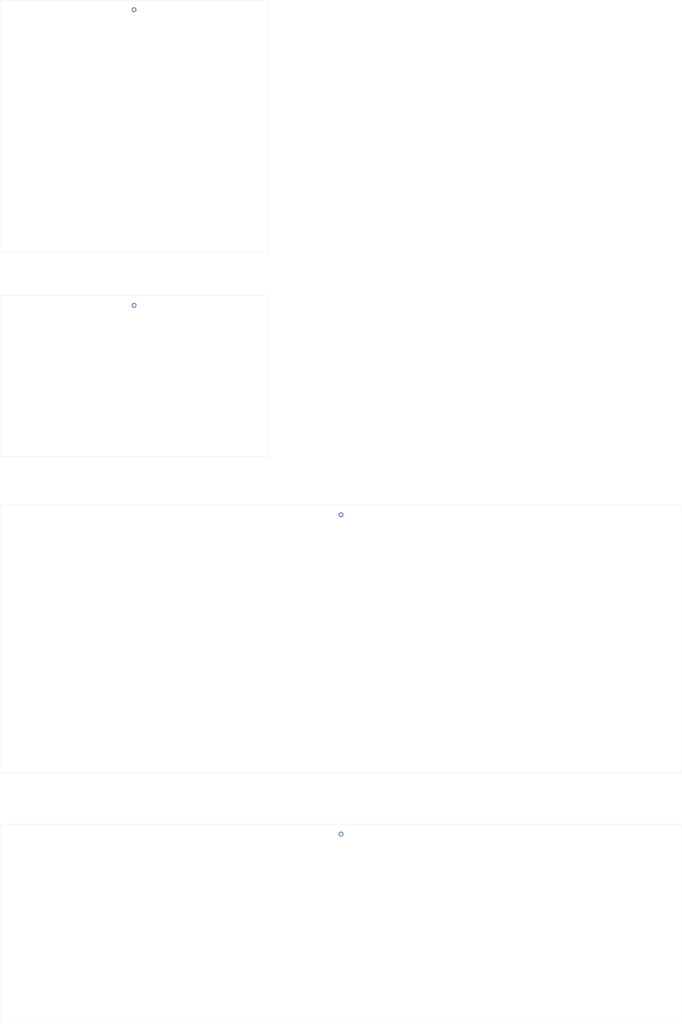
<source format=kicad_pcb>

(kicad_pcb 
  (version 4) 
  (host antennas.py "2017-01-27T00:59:47.705317") 
  (page A0) 
  (layers 
    (0 F.Cu signal) 
    (31 B.Cu signal hide) 
    (40 Dwgs.User user) 
    (44 Edge.Cuts user)) 
  (net 0 "") 
  (net 1 Antennas) 
  (net_class Default "" 
    (clearance 0.2000) 
    (trace_width 0.2000) 
    (via_dia 0.8000) 
    (via_drill 0.4000)) 
  (module X0 
    (layer F.Cu) 
    (tedit 0) 
    (tstamp 0) 
    (at 89.1150 25.0000) 
    (pad 1 thru_hole circle 
      (at 0 0) 
      (size 2.5000 2.5000) 
      (drill 1.5000) 
      (layers F.Cu) 
      (zone_connect 2) 
      (net 1 Antennas))) 
  (module X1 
    (layer F.Cu) 
    (tedit 0) 
    (tstamp 0) 
    (at 89.1150 177.5000) 
    (pad 1 thru_hole circle 
      (at 0 0) 
      (size 2.5000 2.5000) 
      (drill 1.5000) 
      (layers F.Cu) 
      (zone_connect 2) 
      (net 1 Antennas))) 
  (module X2 
    (layer F.Cu) 
    (tedit 0) 
    (tstamp 0) 
    (at 195.9292 285.5000) 
    (pad 1 thru_hole circle 
      (at 0 0) 
      (size 2.5000 2.5000) 
      (drill 1.5000) 
      (layers F.Cu) 
      (zone_connect 2) 
      (net 1 Antennas))) 
  (module X3 
    (layer F.Cu) 
    (tedit 0) 
    (tstamp 0) 
    (at 195.9292 450.2127) 
    (pad 1 thru_hole circle 
      (at 0 0) 
      (size 2.5000 2.5000) 
      (drill 1.5000) 
      (layers F.Cu) 
      (zone_connect 2) 
      (net 1 Antennas))) 
  (gr_line 
    (start 20.0000 150.0000) 
    (end 20.0000 20.0000) 
    (layer Edge.Cuts) 
    (width 0.1000)) 
  (gr_line 
    (start 20.0000 20.0000) 
    (end 158.2301 20.0000) 
    (layer Edge.Cuts) 
    (width 0.1000)) 
  (gr_line 
    (start 158.2301 20.0000) 
    (end 158.2301 150.0000) 
    (layer Edge.Cuts) 
    (width 0.1000)) 
  (gr_line 
    (start 158.2301 150.0000) 
    (end 20.0000 150.0000) 
    (layer Edge.Cuts) 
    (width 0.1000)) 
  (gr_line 
    (start 20.0000 255.5000) 
    (end 20.0000 172.5000) 
    (layer Edge.Cuts) 
    (width 0.1000)) 
  (gr_line 
    (start 20.0000 172.5000) 
    (end 158.2301 172.5000) 
    (layer Edge.Cuts) 
    (width 0.1000)) 
  (gr_line 
    (start 158.2301 172.5000) 
    (end 158.2301 255.5000) 
    (layer Edge.Cuts) 
    (width 0.1000)) 
  (gr_line 
    (start 158.2301 255.5000) 
    (end 20.0000 255.5000) 
    (layer Edge.Cuts) 
    (width 0.1000)) 
  (gr_line 
    (start 20.0000 418.6418) 
    (end 20.0000 280.5000) 
    (layer Edge.Cuts) 
    (width 0.1000)) 
  (gr_line 
    (start 20.0000 280.5000) 
    (end 371.8584 280.5000) 
    (layer Edge.Cuts) 
    (width 0.1000)) 
  (gr_line 
    (start 371.8584 280.5000) 
    (end 371.8584 418.6418) 
    (layer Edge.Cuts) 
    (width 0.1000)) 
  (gr_line 
    (start 371.8584 418.6418) 
    (end 20.0000 418.6418) 
    (layer Edge.Cuts) 
    (width 0.1000)) 
  (gr_line 
    (start 20.0000 548.2127) 
    (end 20.0000 445.2127) 
    (layer Edge.Cuts) 
    (width 0.1000)) 
  (gr_line 
    (start 20.0000 445.2127) 
    (end 371.8584 445.2127) 
    (layer Edge.Cuts) 
    (width 0.1000)) 
  (gr_line 
    (start 371.8584 445.2127) 
    (end 371.8584 548.2127) 
    (layer Edge.Cuts) 
    (width 0.1000)) 
  (gr_line 
    (start 371.8584 548.2127) 
    (end 20.0000 548.2127) 
    (layer Edge.Cuts) 
    (width 0.1000)) 
  (zone 
    (net 1) 
    (net_name Antennas) 
    (layer F.Cu) 
    (tstamp 0) 
    (hatch edge 0.5000) 
    (connect_pads 
      (clearance 0.3000)) 
    (min_thickness 0.0500) 
    (fill yes 
      (arc_segments 32) 
      (thermal_gap 0.3000) 
      (thermal_bridge_width 0.2500)) 
    (polygon 
      (pts 
        (xy 20.9650 30.0000) 
        (xy 20.9650 145.0000) 
        (xy 157.2650 145.0000) 
        (xy 157.2650 30.0000) 
        (xy 91.6150 30.0000) 
        (xy 91.6150 60.0000) 
        (xy 86.6150 60.0000) 
        (xy 86.6150 30.0000) 
        (xy 20.9650 30.0000)))) 
  (zone 
    (net 1) 
    (net_name Antennas) 
    (layer F.Cu) 
    (tstamp 0) 
    (hatch edge 0.5000) 
    (connect_pads 
      (clearance 0.3000)) 
    (min_thickness 0.0500) 
    (fill yes 
      (arc_segments 32) 
      (thermal_gap 0.3000) 
      (thermal_bridge_width 0.2500)) 
    (polygon 
      (pts 
        (xy 88.3450 60.0000) 
        (xy 88.3450 25.0000) 
        (xy 89.8850 25.0000) 
        (xy 89.8850 60.0000) 
        (xy 88.3450 60.0000)))) 
  (zone 
    (net 1) 
    (net_name Antennas) 
    (layer F.Cu) 
    (tstamp 0) 
    (hatch edge 0.5000) 
    (connect_pads 
      (clearance 0.3000)) 
    (min_thickness 0.0500) 
    (fill yes 
      (arc_segments 32) 
      (thermal_gap 0.3000) 
      (thermal_bridge_width 0.2500)) 
    (polygon 
      (pts 
        (xy 88.6150 24.5000) 
        (xy 88.6150 25.5000) 
        (xy 89.6150 25.5000) 
        (xy 89.6150 24.5000)))) 
  (zone 
    (net 1) 
    (net_name Antennas) 
    (layer F.Cu) 
    (tstamp 0) 
    (hatch edge 0.5000) 
    (connect_pads 
      (clearance 0.3000)) 
    (min_thickness 0.0500) 
    (fill yes 
      (arc_segments 32) 
      (thermal_gap 0.3000) 
      (thermal_bridge_width 0.2500)) 
    (polygon 
      (pts 
        (xy 23.0575 187.5000) 
        (xy 23.0575 248.0000) 
        (xy 25.5575 250.5000) 
        (xy 86.0575 250.5000) 
        (xy 86.0575 190.0000) 
        (xy 83.5575 187.5000) 
        (xy 23.0575 187.5000)))) 
  (zone 
    (net 1) 
    (net_name Antennas) 
    (layer F.Cu) 
    (tstamp 0) 
    (hatch edge 0.5000) 
    (connect_pads 
      (clearance 0.3000)) 
    (min_thickness 0.0500) 
    (fill yes 
      (arc_segments 32) 
      (thermal_gap 0.3000) 
      (thermal_bridge_width 0.2500)) 
    (polygon 
      (pts 
        (xy 92.1726 187.5000) 
        (xy 92.1726 248.0000) 
        (xy 94.6726 250.5000) 
        (xy 155.1726 250.5000) 
        (xy 155.1726 190.0000) 
        (xy 152.6726 187.5000) 
        (xy 92.1726 187.5000)))) 
  (zone 
    (net 1) 
    (net_name Antennas) 
    (layer F.Cu) 
    (tstamp 0) 
    (hatch edge 0.5000) 
    (connect_pads 
      (clearance 0.3000)) 
    (min_thickness 0.0500) 
    (fill yes 
      (arc_segments 32) 
      (thermal_gap 0.3000) 
      (thermal_bridge_width 0.2500)) 
    (polygon 
      (pts 
        (xy 54.6950 187.5000) 
        (xy 54.6950 177.6375) 
        (xy 80.7975 177.6375) 
        (xy 80.7975 177.3625) 
        (xy 54.7849 177.3625) 
        (xy 54.4200 177.7274) 
        (xy 54.4200 187.5000) 
        (xy 54.6950 187.5000)))) 
  (zone 
    (net 1) 
    (net_name Antennas) 
    (layer F.Cu) 
    (tstamp 0) 
    (hatch edge 0.5000) 
    (connect_pads 
      (clearance 0.3000)) 
    (min_thickness 0.0500) 
    (fill yes 
      (arc_segments 32) 
      (thermal_gap 0.3000) 
      (thermal_bridge_width 0.2500)) 
    (polygon 
      (pts 
        (xy 80.7975 177.7240) 
        (xy 88.8273 177.7240) 
        (xy 89.3390 177.2123) 
        (xy 89.3390 177.2760) 
        (xy 88.8910 177.2760) 
        (xy 88.8910 177.2760) 
        (xy 80.7975 177.2760) 
        (xy 80.7975 177.7240)))) 
  (zone 
    (net 1) 
    (net_name Antennas) 
    (layer F.Cu) 
    (tstamp 0) 
    (hatch edge 0.5000) 
    (connect_pads 
      (clearance 0.3000)) 
    (min_thickness 0.0500) 
    (fill yes 
      (arc_segments 32) 
      (thermal_gap 0.3000) 
      (thermal_bridge_width 0.2500)) 
    (polygon 
      (pts 
        (xy 123.8101 187.5000) 
        (xy 123.8101 177.7274) 
        (xy 123.4451 177.3625) 
        (xy 97.4326 177.3625) 
        (xy 97.4326 177.6375) 
        (xy 123.5351 177.6375) 
        (xy 123.5351 187.5000) 
        (xy 123.8101 187.5000)))) 
  (zone 
    (net 1) 
    (net_name Antennas) 
    (layer F.Cu) 
    (tstamp 0) 
    (hatch edge 0.5000) 
    (connect_pads 
      (clearance 0.3000)) 
    (min_thickness 0.0500) 
    (fill yes 
      (arc_segments 32) 
      (thermal_gap 0.3000) 
      (thermal_bridge_width 0.2500)) 
    (polygon 
      (pts 
        (xy 97.4326 177.2760) 
        (xy 89.3390 177.2760) 
        (xy 89.3390 177.2760) 
        (xy 88.8910 177.2760) 
        (xy 88.8910 177.2123) 
        (xy 89.4028 177.7240) 
        (xy 97.4326 177.7240) 
        (xy 97.4326 177.2760)))) 
  (zone 
    (net 1) 
    (net_name Antennas) 
    (layer F.Cu) 
    (tstamp 0) 
    (hatch edge 0.5000) 
    (connect_pads 
      (clearance 0.3000)) 
    (min_thickness 0.0500) 
    (fill yes 
      (arc_segments 32) 
      (thermal_gap 0.3000) 
      (thermal_bridge_width 0.2500)) 
    (polygon 
      (pts 
        (xy 88.6150 177.0000) 
        (xy 88.6150 178.0000) 
        (xy 89.6150 178.0000) 
        (xy 89.6150 177.0000)))) 
  (zone 
    (net 1) 
    (net_name Antennas) 
    (layer F.Cu) 
    (tstamp 0) 
    (hatch edge 0.5000) 
    (connect_pads 
      (clearance 0.3000)) 
    (min_thickness 0.0500) 
    (fill yes 
      (arc_segments 32) 
      (thermal_gap 0.3000) 
      (thermal_bridge_width 0.2500)) 
    (polygon 
      (pts 
        (xy 52.9646 298.6418) 
        (xy 52.9646 413.6418) 
        (xy 162.9646 413.6418) 
        (xy 162.9646 298.6418) 
        (xy 110.4646 298.6418) 
        (xy 110.4646 325.5000) 
        (xy 105.4646 325.5000) 
        (xy 105.4646 298.6418) 
        (xy 52.9646 298.6418)))) 
  (zone 
    (net 1) 
    (net_name Antennas) 
    (layer F.Cu) 
    (tstamp 0) 
    (hatch edge 0.5000) 
    (connect_pads 
      (clearance 0.3000)) 
    (min_thickness 0.0500) 
    (fill yes 
      (arc_segments 32) 
      (thermal_gap 0.3000) 
      (thermal_bridge_width 0.2500)) 
    (polygon 
      (pts 
        (xy 228.8938 298.6418) 
        (xy 228.8938 413.6418) 
        (xy 338.8938 413.6418) 
        (xy 338.8938 298.6418) 
        (xy 286.3938 298.6418) 
        (xy 286.3938 325.5000) 
        (xy 281.3938 325.5000) 
        (xy 281.3938 298.6418) 
        (xy 228.8938 298.6418)))) 
  (zone 
    (net 1) 
    (net_name Antennas) 
    (layer F.Cu) 
    (tstamp 0) 
    (hatch edge 0.5000) 
    (connect_pads 
      (clearance 0.3000)) 
    (min_thickness 0.0500) 
    (fill yes 
      (arc_segments 32) 
      (thermal_gap 0.3000) 
      (thermal_bridge_width 0.2500)) 
    (polygon 
      (pts 
        (xy 108.1886 325.5000) 
        (xy 108.1886 285.7240) 
        (xy 195.6415 285.7240) 
        (xy 196.1532 285.2123) 
        (xy 196.1532 285.2760) 
        (xy 195.7052 285.2760) 
        (xy 195.7052 285.2760) 
        (xy 108.2523 285.2760) 
        (xy 107.7406 285.7877) 
        (xy 107.7406 325.5000) 
        (xy 108.1886 325.5000)))) 
  (zone 
    (net 1) 
    (net_name Antennas) 
    (layer F.Cu) 
    (tstamp 0) 
    (hatch edge 0.5000) 
    (connect_pads 
      (clearance 0.3000)) 
    (min_thickness 0.0500) 
    (fill yes 
      (arc_segments 32) 
      (thermal_gap 0.3000) 
      (thermal_bridge_width 0.2500)) 
    (polygon 
      (pts 
        (xy 284.1178 325.5000) 
        (xy 284.1178 285.7877) 
        (xy 283.6061 285.2760) 
        (xy 196.1532 285.2760) 
        (xy 196.1532 285.2760) 
        (xy 195.7052 285.2760) 
        (xy 195.7052 285.2123) 
        (xy 196.2169 285.7240) 
        (xy 283.6698 285.7240) 
        (xy 283.6698 325.5000) 
        (xy 284.1178 325.5000)))) 
  (zone 
    (net 1) 
    (net_name Antennas) 
    (layer F.Cu) 
    (tstamp 0) 
    (hatch edge 0.5000) 
    (connect_pads 
      (clearance 0.3000)) 
    (min_thickness 0.0500) 
    (fill yes 
      (arc_segments 32) 
      (thermal_gap 0.3000) 
      (thermal_bridge_width 0.2500)) 
    (polygon 
      (pts 
        (xy 195.4292 285.0000) 
        (xy 195.4292 286.0000) 
        (xy 196.4292 286.0000) 
        (xy 196.4292 285.0000)))) 
  (zone 
    (net 1) 
    (net_name Antennas) 
    (layer F.Cu) 
    (tstamp 0) 
    (hatch edge 0.5000) 
    (connect_pads 
      (clearance 0.3000)) 
    (min_thickness 0.0500) 
    (fill yes 
      (arc_segments 32) 
      (thermal_gap 0.3000) 
      (thermal_bridge_width 0.2500)) 
    (polygon 
      (pts 
        (xy 32.4823 480.2127) 
        (xy 32.4823 540.7127) 
        (xy 34.9823 543.2127) 
        (xy 95.4823 543.2127) 
        (xy 95.4823 482.7127) 
        (xy 92.9823 480.2127) 
        (xy 32.4823 480.2127)))) 
  (zone 
    (net 1) 
    (net_name Antennas) 
    (layer F.Cu) 
    (tstamp 0) 
    (hatch edge 0.5000) 
    (connect_pads 
      (clearance 0.3000)) 
    (min_thickness 0.0500) 
    (fill yes 
      (arc_segments 32) 
      (thermal_gap 0.3000) 
      (thermal_bridge_width 0.2500)) 
    (polygon 
      (pts 
        (xy 120.4469 480.2127) 
        (xy 120.4469 540.7127) 
        (xy 122.9469 543.2127) 
        (xy 183.4469 543.2127) 
        (xy 183.4469 482.7127) 
        (xy 180.9469 480.2127) 
        (xy 120.4469 480.2127)))) 
  (zone 
    (net 1) 
    (net_name Antennas) 
    (layer F.Cu) 
    (tstamp 0) 
    (hatch edge 0.5000) 
    (connect_pads 
      (clearance 0.3000)) 
    (min_thickness 0.0500) 
    (fill yes 
      (arc_segments 32) 
      (thermal_gap 0.3000) 
      (thermal_bridge_width 0.2500)) 
    (polygon 
      (pts 
        (xy 208.4115 480.2127) 
        (xy 208.4115 540.7127) 
        (xy 210.9115 543.2127) 
        (xy 271.4115 543.2127) 
        (xy 271.4115 482.7127) 
        (xy 268.9115 480.2127) 
        (xy 208.4115 480.2127)))) 
  (zone 
    (net 1) 
    (net_name Antennas) 
    (layer F.Cu) 
    (tstamp 0) 
    (hatch edge 0.5000) 
    (connect_pads 
      (clearance 0.3000)) 
    (min_thickness 0.0500) 
    (fill yes 
      (arc_segments 32) 
      (thermal_gap 0.3000) 
      (thermal_bridge_width 0.2500)) 
    (polygon 
      (pts 
        (xy 296.3761 480.2127) 
        (xy 296.3761 540.7127) 
        (xy 298.8761 543.2127) 
        (xy 359.3761 543.2127) 
        (xy 359.3761 482.7127) 
        (xy 356.8761 480.2127) 
        (xy 296.3761 480.2127)))) 
  (zone 
    (net 1) 
    (net_name Antennas) 
    (layer F.Cu) 
    (tstamp 0) 
    (hatch edge 0.5000) 
    (connect_pads 
      (clearance 0.3000)) 
    (min_thickness 0.0500) 
    (fill yes 
      (arc_segments 32) 
      (thermal_gap 0.3000) 
      (thermal_bridge_width 0.2500)) 
    (polygon 
      (pts 
        (xy 64.1198 480.2127) 
        (xy 64.1198 470.3502) 
        (xy 90.2223 470.3502) 
        (xy 90.2223 470.0752) 
        (xy 64.2097 470.0752) 
        (xy 63.8448 470.4401) 
        (xy 63.8448 480.2127) 
        (xy 64.1198 480.2127)))) 
  (zone 
    (net 1) 
    (net_name Antennas) 
    (layer F.Cu) 
    (tstamp 0) 
    (hatch edge 0.5000) 
    (connect_pads 
      (clearance 0.3000)) 
    (min_thickness 0.0500) 
    (fill yes 
      (arc_segments 32) 
      (thermal_gap 0.3000) 
      (thermal_bridge_width 0.2500)) 
    (polygon 
      (pts 
        (xy 90.2223 470.4367) 
        (xy 107.6769 470.4367) 
        (xy 108.1886 469.9250) 
        (xy 108.1886 469.9887) 
        (xy 107.7406 469.9887) 
        (xy 107.7406 469.9887) 
        (xy 90.2223 469.9887) 
        (xy 90.2223 470.4367)))) 
  (zone 
    (net 1) 
    (net_name Antennas) 
    (layer F.Cu) 
    (tstamp 0) 
    (hatch edge 0.5000) 
    (connect_pads 
      (clearance 0.3000)) 
    (min_thickness 0.0500) 
    (fill yes 
      (arc_segments 32) 
      (thermal_gap 0.3000) 
      (thermal_bridge_width 0.2500)) 
    (polygon 
      (pts 
        (xy 152.0844 480.2127) 
        (xy 152.0844 470.4401) 
        (xy 151.7195 470.0752) 
        (xy 125.7069 470.0752) 
        (xy 125.7069 470.3502) 
        (xy 151.8094 470.3502) 
        (xy 151.8094 480.2127) 
        (xy 152.0844 480.2127)))) 
  (zone 
    (net 1) 
    (net_name Antennas) 
    (layer F.Cu) 
    (tstamp 0) 
    (hatch edge 0.5000) 
    (connect_pads 
      (clearance 0.3000)) 
    (min_thickness 0.0500) 
    (fill yes 
      (arc_segments 32) 
      (thermal_gap 0.3000) 
      (thermal_bridge_width 0.2500)) 
    (polygon 
      (pts 
        (xy 125.7069 469.9887) 
        (xy 108.1886 469.9887) 
        (xy 108.1886 469.9887) 
        (xy 107.7406 469.9887) 
        (xy 107.7406 469.9250) 
        (xy 108.2523 470.4367) 
        (xy 125.7069 470.4367) 
        (xy 125.7069 469.9887)))) 
  (zone 
    (net 1) 
    (net_name Antennas) 
    (layer F.Cu) 
    (tstamp 0) 
    (hatch edge 0.5000) 
    (connect_pads 
      (clearance 0.3000)) 
    (min_thickness 0.0500) 
    (fill yes 
      (arc_segments 32) 
      (thermal_gap 0.3000) 
      (thermal_bridge_width 0.2500)) 
    (polygon 
      (pts 
        (xy 240.0490 480.2127) 
        (xy 240.0490 470.3502) 
        (xy 266.1515 470.3502) 
        (xy 266.1515 470.0752) 
        (xy 240.1389 470.0752) 
        (xy 239.7740 470.4401) 
        (xy 239.7740 480.2127) 
        (xy 240.0490 480.2127)))) 
  (zone 
    (net 1) 
    (net_name Antennas) 
    (layer F.Cu) 
    (tstamp 0) 
    (hatch edge 0.5000) 
    (connect_pads 
      (clearance 0.3000)) 
    (min_thickness 0.0500) 
    (fill yes 
      (arc_segments 32) 
      (thermal_gap 0.3000) 
      (thermal_bridge_width 0.2500)) 
    (polygon 
      (pts 
        (xy 266.1515 470.4367) 
        (xy 283.6061 470.4367) 
        (xy 284.1178 469.9250) 
        (xy 284.1178 469.9887) 
        (xy 283.6698 469.9887) 
        (xy 283.6698 469.9887) 
        (xy 266.1515 469.9887) 
        (xy 266.1515 470.4367)))) 
  (zone 
    (net 1) 
    (net_name Antennas) 
    (layer F.Cu) 
    (tstamp 0) 
    (hatch edge 0.5000) 
    (connect_pads 
      (clearance 0.3000)) 
    (min_thickness 0.0500) 
    (fill yes 
      (arc_segments 32) 
      (thermal_gap 0.3000) 
      (thermal_bridge_width 0.2500)) 
    (polygon 
      (pts 
        (xy 328.0136 480.2127) 
        (xy 328.0136 470.4401) 
        (xy 327.6487 470.0752) 
        (xy 301.6361 470.0752) 
        (xy 301.6361 470.3502) 
        (xy 327.7386 470.3502) 
        (xy 327.7386 480.2127) 
        (xy 328.0136 480.2127)))) 
  (zone 
    (net 1) 
    (net_name Antennas) 
    (layer F.Cu) 
    (tstamp 0) 
    (hatch edge 0.5000) 
    (connect_pads 
      (clearance 0.3000)) 
    (min_thickness 0.0500) 
    (fill yes 
      (arc_segments 32) 
      (thermal_gap 0.3000) 
      (thermal_bridge_width 0.2500)) 
    (polygon 
      (pts 
        (xy 301.6361 469.9887) 
        (xy 284.1178 469.9887) 
        (xy 284.1178 469.9887) 
        (xy 283.6698 469.9887) 
        (xy 283.6698 469.9250) 
        (xy 284.1815 470.4367) 
        (xy 301.6361 470.4367) 
        (xy 301.6361 469.9887)))) 
  (zone 
    (net 1) 
    (net_name Antennas) 
    (layer F.Cu) 
    (tstamp 0) 
    (hatch edge 0.5000) 
    (connect_pads 
      (clearance 0.3000)) 
    (min_thickness 0.0500) 
    (fill yes 
      (arc_segments 32) 
      (thermal_gap 0.3000) 
      (thermal_bridge_width 0.2500)) 
    (polygon 
      (pts 
        (xy 108.4066 470.2127) 
        (xy 108.4066 450.6547) 
        (xy 123.2946 450.6547) 
        (xy 123.2946 449.7707) 
        (xy 108.3426 449.7707) 
        (xy 107.5226 450.5907) 
        (xy 107.5226 470.2127) 
        (xy 108.4066 470.2127)))) 
  (zone 
    (net 1) 
    (net_name Antennas) 
    (layer F.Cu) 
    (tstamp 0) 
    (hatch edge 0.5000) 
    (connect_pads 
      (clearance 0.3000)) 
    (min_thickness 0.0500) 
    (fill yes 
      (arc_segments 32) 
      (thermal_gap 0.3000) 
      (thermal_bridge_width 0.2500)) 
    (polygon 
      (pts 
        (xy 123.2946 450.4367) 
        (xy 195.6415 450.4367) 
        (xy 196.1532 449.9250) 
        (xy 196.1532 449.9887) 
        (xy 195.7052 449.9887) 
        (xy 195.7052 449.9887) 
        (xy 123.2946 449.9887) 
        (xy 123.2946 450.4367)))) 
  (zone 
    (net 1) 
    (net_name Antennas) 
    (layer F.Cu) 
    (tstamp 0) 
    (hatch edge 0.5000) 
    (connect_pads 
      (clearance 0.3000)) 
    (min_thickness 0.0500) 
    (fill yes 
      (arc_segments 32) 
      (thermal_gap 0.3000) 
      (thermal_bridge_width 0.2500)) 
    (polygon 
      (pts 
        (xy 284.3358 470.2127) 
        (xy 284.3358 450.5907) 
        (xy 283.5158 449.7707) 
        (xy 268.5638 449.7707) 
        (xy 268.5638 450.6547) 
        (xy 283.4518 450.6547) 
        (xy 283.4518 470.2127) 
        (xy 284.3358 470.2127)))) 
  (zone 
    (net 1) 
    (net_name Antennas) 
    (layer F.Cu) 
    (tstamp 0) 
    (hatch edge 0.5000) 
    (connect_pads 
      (clearance 0.3000)) 
    (min_thickness 0.0500) 
    (fill yes 
      (arc_segments 32) 
      (thermal_gap 0.3000) 
      (thermal_bridge_width 0.2500)) 
    (polygon 
      (pts 
        (xy 268.5638 449.9887) 
        (xy 196.1532 449.9887) 
        (xy 196.1532 449.9887) 
        (xy 195.7052 449.9887) 
        (xy 195.7052 449.9250) 
        (xy 196.2169 450.4367) 
        (xy 268.5638 450.4367) 
        (xy 268.5638 449.9887)))) 
  (zone 
    (net 1) 
    (net_name Antennas) 
    (layer F.Cu) 
    (tstamp 0) 
    (hatch edge 0.5000) 
    (connect_pads 
      (clearance 0.3000)) 
    (min_thickness 0.0500) 
    (fill yes 
      (arc_segments 32) 
      (thermal_gap 0.3000) 
      (thermal_bridge_width 0.2500)) 
    (polygon 
      (pts 
        (xy 195.4292 449.7127) 
        (xy 195.4292 450.7127) 
        (xy 196.4292 450.7127) 
        (xy 196.4292 449.7127)))))
</source>
